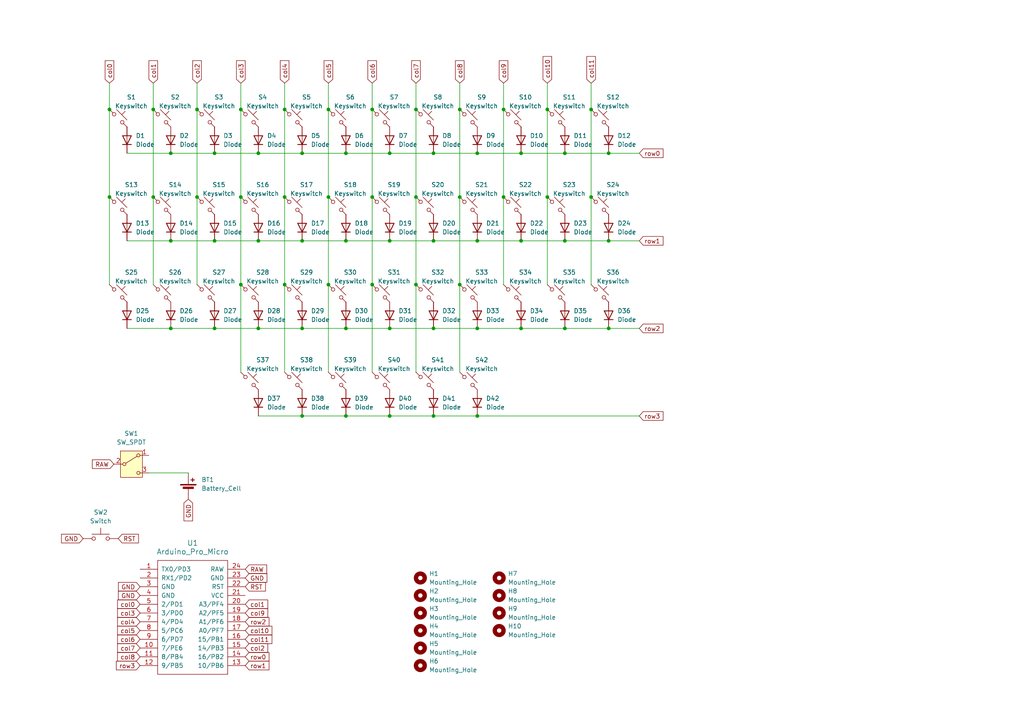
<source format=kicad_sch>
(kicad_sch (version 20231120) (generator "eeschema") (generator_version "8.0")
  (paper "A4")
  (junction (at 120.65 57.15))
  (junction (at 69.85 57.15))
  (junction (at 69.85 82.55))
  (junction (at 31.75 31.75))
  (junction (at 113.03 95.25))
  (junction (at 57.15 31.75))
  (junction (at 151.13 44.45))
  (junction (at 125.73 95.25))
  (junction (at 176.53 95.25))
  (junction (at 100.33 120.65))
  (junction (at 151.13 69.85))
  (junction (at 87.63 44.45))
  (junction (at 125.73 44.45))
  (junction (at 171.45 57.15))
  (junction (at 62.23 95.25))
  (junction (at 95.25 31.75))
  (junction (at 163.83 44.45))
  (junction (at 95.25 82.55))
  (junction (at 100.33 69.85))
  (junction (at 31.75 57.15))
  (junction (at 49.53 69.85))
  (junction (at 57.15 57.15))
  (junction (at 171.45 31.75))
  (junction (at 120.65 31.75))
  (junction (at 74.93 44.45))
  (junction (at 62.23 44.45))
  (junction (at 151.13 95.25))
  (junction (at 107.95 57.15))
  (junction (at 113.03 120.65))
  (junction (at 125.73 69.85))
  (junction (at 113.03 44.45))
  (junction (at 107.95 31.75))
  (junction (at 100.33 44.45))
  (junction (at 133.35 82.55))
  (junction (at 87.63 69.85))
  (junction (at 138.43 44.45))
  (junction (at 82.55 82.55))
  (junction (at 125.73 120.65))
  (junction (at 113.03 69.85))
  (junction (at 120.65 82.55))
  (junction (at 158.75 31.75))
  (junction (at 176.53 44.45))
  (junction (at 82.55 31.75))
  (junction (at 163.83 69.85))
  (junction (at 163.83 95.25))
  (junction (at 44.45 31.75))
  (junction (at 176.53 69.85))
  (junction (at 133.35 31.75))
  (junction (at 69.85 31.75))
  (junction (at 49.53 44.45))
  (junction (at 95.25 57.15))
  (junction (at 82.55 57.15))
  (junction (at 107.95 82.55))
  (junction (at 146.05 57.15))
  (junction (at 100.33 95.25))
  (junction (at 49.53 95.25))
  (junction (at 138.43 95.25))
  (junction (at 62.23 69.85))
  (junction (at 158.75 57.15))
  (junction (at 87.63 120.65))
  (junction (at 133.35 57.15))
  (junction (at 138.43 120.65))
  (junction (at 146.05 31.75))
  (junction (at 74.93 95.25))
  (junction (at 44.45 57.15))
  (junction (at 87.63 95.25))
  (junction (at 138.43 69.85))
  (junction (at 74.93 69.85))
  (wire (pts (xy 87.63 120.65) (xy 100.33 120.65)))
  (wire (pts (xy 100.33 44.45) (xy 113.03 44.45)))
  (wire (pts (xy 69.85 57.15) (xy 69.85 82.55)))
  (wire (pts (xy 113.03 120.65) (xy 125.73 120.65)))
  (wire (pts (xy 113.03 69.85) (xy 125.73 69.85)))
  (wire (pts (xy 125.73 44.45) (xy 138.43 44.45)))
  (wire (pts (xy 44.45 24.13) (xy 44.45 31.75)))
  (wire (pts (xy 36.83 69.85) (xy 49.53 69.85)))
  (wire (pts (xy 138.43 120.65) (xy 185.42 120.65)))
  (wire (pts (xy 151.13 69.85) (xy 163.83 69.85)))
  (wire (pts (xy 120.65 57.15) (xy 120.65 82.55)))
  (wire (pts (xy 171.45 31.75) (xy 171.45 57.15)))
  (wire (pts (xy 176.53 95.25) (xy 185.42 95.25)))
  (wire (pts (xy 107.95 57.15) (xy 107.95 82.55)))
  (wire (pts (xy 49.53 95.25) (xy 62.23 95.25)))
  (wire (pts (xy 176.53 44.45) (xy 185.42 44.45)))
  (wire (pts (xy 163.83 44.45) (xy 176.53 44.45)))
  (wire (pts (xy 158.75 31.75) (xy 158.75 57.15)))
  (wire (pts (xy 133.35 57.15) (xy 133.35 82.55)))
  (wire (pts (xy 176.53 69.85) (xy 185.42 69.85)))
  (wire (pts (xy 31.75 57.15) (xy 31.75 82.55)))
  (wire (pts (xy 125.73 69.85) (xy 138.43 69.85)))
  (wire (pts (xy 36.83 95.25) (xy 49.53 95.25)))
  (wire (pts (xy 171.45 24.13) (xy 171.45 31.75)))
  (wire (pts (xy 158.75 57.15) (xy 158.75 82.55)))
  (wire (pts (xy 62.23 69.85) (xy 74.93 69.85)))
  (wire (pts (xy 36.83 44.45) (xy 49.53 44.45)))
  (wire (pts (xy 87.63 95.25) (xy 100.33 95.25)))
  (wire (pts (xy 95.25 82.55) (xy 95.25 107.95)))
  (wire (pts (xy 107.95 24.13) (xy 107.95 31.75)))
  (wire (pts (xy 62.23 95.25) (xy 74.93 95.25)))
  (wire (pts (xy 120.65 82.55) (xy 120.65 107.95)))
  (wire (pts (xy 95.25 24.13) (xy 95.25 31.75)))
  (wire (pts (xy 62.23 44.45) (xy 74.93 44.45)))
  (wire (pts (xy 158.75 24.13) (xy 158.75 31.75)))
  (wire (pts (xy 163.83 95.25) (xy 176.53 95.25)))
  (wire (pts (xy 95.25 57.15) (xy 95.25 82.55)))
  (wire (pts (xy 133.35 31.75) (xy 133.35 57.15)))
  (wire (pts (xy 82.55 57.15) (xy 82.55 82.55)))
  (wire (pts (xy 82.55 82.55) (xy 82.55 107.95)))
  (wire (pts (xy 125.73 120.65) (xy 138.43 120.65)))
  (wire (pts (xy 133.35 24.13) (xy 133.35 31.75)))
  (wire (pts (xy 146.05 31.75) (xy 146.05 57.15)))
  (wire (pts (xy 87.63 44.45) (xy 100.33 44.45)))
  (wire (pts (xy 74.93 44.45) (xy 87.63 44.45)))
  (wire (pts (xy 107.95 82.55) (xy 107.95 107.95)))
  (wire (pts (xy 49.53 44.45) (xy 62.23 44.45)))
  (wire (pts (xy 44.45 57.15) (xy 44.45 82.55)))
  (wire (pts (xy 100.33 95.25) (xy 113.03 95.25)))
  (wire (pts (xy 49.53 69.85) (xy 62.23 69.85)))
  (wire (pts (xy 31.75 24.13) (xy 31.75 31.75)))
  (wire (pts (xy 43.18 137.16) (xy 54.61 137.16)))
  (wire (pts (xy 113.03 44.45) (xy 125.73 44.45)))
  (wire (pts (xy 69.85 82.55) (xy 69.85 107.95)))
  (wire (pts (xy 57.15 31.75) (xy 57.15 57.15)))
  (wire (pts (xy 82.55 31.75) (xy 82.55 57.15)))
  (wire (pts (xy 107.95 31.75) (xy 107.95 57.15)))
  (wire (pts (xy 82.55 24.13) (xy 82.55 31.75)))
  (wire (pts (xy 138.43 95.25) (xy 151.13 95.25)))
  (wire (pts (xy 74.93 95.25) (xy 87.63 95.25)))
  (wire (pts (xy 74.93 120.65) (xy 87.63 120.65)))
  (wire (pts (xy 74.93 69.85) (xy 87.63 69.85)))
  (wire (pts (xy 146.05 24.13) (xy 146.05 31.75)))
  (wire (pts (xy 87.63 69.85) (xy 100.33 69.85)))
  (wire (pts (xy 57.15 57.15) (xy 57.15 82.55)))
  (wire (pts (xy 113.03 95.25) (xy 125.73 95.25)))
  (wire (pts (xy 31.75 31.75) (xy 31.75 57.15)))
  (wire (pts (xy 171.45 57.15) (xy 171.45 82.55)))
  (wire (pts (xy 100.33 120.65) (xy 113.03 120.65)))
  (wire (pts (xy 57.15 24.13) (xy 57.15 31.75)))
  (wire (pts (xy 163.83 69.85) (xy 176.53 69.85)))
  (wire (pts (xy 69.85 24.13) (xy 69.85 31.75)))
  (wire (pts (xy 138.43 69.85) (xy 151.13 69.85)))
  (wire (pts (xy 44.45 31.75) (xy 44.45 57.15)))
  (wire (pts (xy 100.33 69.85) (xy 113.03 69.85)))
  (wire (pts (xy 151.13 95.25) (xy 163.83 95.25)))
  (wire (pts (xy 146.05 57.15) (xy 146.05 82.55)))
  (wire (pts (xy 125.73 95.25) (xy 138.43 95.25)))
  (wire (pts (xy 133.35 82.55) (xy 133.35 107.95)))
  (wire (pts (xy 120.65 24.13) (xy 120.65 31.75)))
  (wire (pts (xy 151.13 44.45) (xy 163.83 44.45)))
  (wire (pts (xy 95.25 31.75) (xy 95.25 57.15)))
  (wire (pts (xy 69.85 31.75) (xy 69.85 57.15)))
  (wire (pts (xy 120.65 31.75) (xy 120.65 57.15)))
  (wire (pts (xy 138.43 44.45) (xy 151.13 44.45)))
  (global_label "col0" (shape input) (at 40.64 175.26 180) (property "Intersheetrefs" "${INTERSHEET_REFS}" (effects (hide yes))))
  (global_label "row1" (shape input) (at 185.42 69.85 0) (property "Intersheetrefs" "${INTERSHEET_REFS}" (effects (hide yes))))
  (global_label "GND" (shape input) (at 40.64 172.72 180) (property "Intersheetrefs" "${INTERSHEET_REFS}" (effects (hide yes))))
  (global_label "row0" (shape input) (at 71.12 190.5 0) (property "Intersheetrefs" "${INTERSHEET_REFS}" (effects (hide yes))))
  (global_label "RAW" (shape input) (at 71.12 165.1 0) (property "Intersheetrefs" "${INTERSHEET_REFS}" (effects (hide yes))))
  (global_label "row0" (shape input) (at 185.42 44.45 0) (property "Intersheetrefs" "${INTERSHEET_REFS}" (effects (hide yes))))
  (global_label "col0" (shape input) (at 31.75 24.13 90) (property "Intersheetrefs" "${INTERSHEET_REFS}" (effects (hide yes))))
  (global_label "col11" (shape input) (at 171.45 24.13 90) (property "Intersheetrefs" "${INTERSHEET_REFS}" (effects (hide yes))))
  (global_label "row2" (shape input) (at 185.42 95.25 0) (property "Intersheetrefs" "${INTERSHEET_REFS}" (effects (hide yes))))
  (global_label "col7" (shape input) (at 120.65 24.13 90) (property "Intersheetrefs" "${INTERSHEET_REFS}" (effects (hide yes))))
  (global_label "col4" (shape input) (at 82.55 24.13 90) (property "Intersheetrefs" "${INTERSHEET_REFS}" (effects (hide yes))))
  (global_label "col5" (shape input) (at 95.25 24.13 90) (property "Intersheetrefs" "${INTERSHEET_REFS}" (effects (hide yes))))
  (global_label "row3" (shape input) (at 185.42 120.65 0) (property "Intersheetrefs" "${INTERSHEET_REFS}" (effects (hide yes))))
  (global_label "col9" (shape input) (at 71.12 177.8 0) (property "Intersheetrefs" "${INTERSHEET_REFS}" (effects (hide yes))))
  (global_label "col6" (shape input) (at 107.95 24.13 90) (property "Intersheetrefs" "${INTERSHEET_REFS}" (effects (hide yes))))
  (global_label "GND" (shape input) (at 40.64 170.18 180) (property "Intersheetrefs" "${INTERSHEET_REFS}" (effects (hide yes))))
  (global_label "GND" (shape input) (at 24.13 156.21 180) (property "Intersheetrefs" "${INTERSHEET_REFS}" (effects (hide yes))))
  (global_label "col8" (shape input) (at 40.64 190.5 180) (property "Intersheetrefs" "${INTERSHEET_REFS}" (effects (hide yes))))
  (global_label "row1" (shape input) (at 71.12 193.04 0) (property "Intersheetrefs" "${INTERSHEET_REFS}" (effects (hide yes))))
  (global_label "row2" (shape input) (at 71.12 180.34 0) (property "Intersheetrefs" "${INTERSHEET_REFS}" (effects (hide yes))))
  (global_label "col9" (shape input) (at 146.05 24.13 90) (property "Intersheetrefs" "${INTERSHEET_REFS}" (effects (hide yes))))
  (global_label "col2" (shape input) (at 71.12 187.96 0) (property "Intersheetrefs" "${INTERSHEET_REFS}" (effects (hide yes))))
  (global_label "col10" (shape input) (at 71.12 182.88 0) (property "Intersheetrefs" "${INTERSHEET_REFS}" (effects (hide yes))))
  (global_label "col3" (shape input) (at 69.85 24.13 90) (property "Intersheetrefs" "${INTERSHEET_REFS}" (effects (hide yes))))
  (global_label "RAW" (shape input) (at 33.02 134.62 180) (property "Intersheetrefs" "${INTERSHEET_REFS}" (effects (hide yes))))
  (global_label "RST" (shape input) (at 71.12 170.18 0) (property "Intersheetrefs" "${INTERSHEET_REFS}" (effects (hide yes))))
  (global_label "RST" (shape input) (at 34.29 156.21 0) (property "Intersheetrefs" "${INTERSHEET_REFS}" (effects (hide yes))))
  (global_label "row3" (shape input) (at 40.64 193.04 180) (property "Intersheetrefs" "${INTERSHEET_REFS}" (effects (hide yes))))
  (global_label "col10" (shape input) (at 158.75 24.13 90) (property "Intersheetrefs" "${INTERSHEET_REFS}" (effects (hide yes))))
  (global_label "col4" (shape input) (at 40.64 180.34 180) (property "Intersheetrefs" "${INTERSHEET_REFS}" (effects (hide yes))))
  (global_label "col11" (shape input) (at 71.12 185.42 0) (property "Intersheetrefs" "${INTERSHEET_REFS}" (effects (hide yes))))
  (global_label "col2" (shape input) (at 57.15 24.13 90) (property "Intersheetrefs" "${INTERSHEET_REFS}" (effects (hide yes))))
  (global_label "col3" (shape input) (at 40.64 177.8 180) (property "Intersheetrefs" "${INTERSHEET_REFS}" (effects (hide yes))))
  (global_label "col6" (shape input) (at 40.64 185.42 180) (property "Intersheetrefs" "${INTERSHEET_REFS}" (effects (hide yes))))
  (global_label "col1" (shape input) (at 71.12 175.26 0) (property "Intersheetrefs" "${INTERSHEET_REFS}" (effects (hide yes))))
  (global_label "col1" (shape input) (at 44.45 24.13 90) (property "Intersheetrefs" "${INTERSHEET_REFS}" (effects (hide yes))))
  (global_label "GND" (shape input) (at 71.12 167.64 0) (property "Intersheetrefs" "${INTERSHEET_REFS}" (effects (hide yes))))
  (global_label "col5" (shape input) (at 40.64 182.88 180) (property "Intersheetrefs" "${INTERSHEET_REFS}" (effects (hide yes))))
  (global_label "GND" (shape input) (at 54.61 144.78 270) (property "Intersheetrefs" "${INTERSHEET_REFS}" (effects (hide yes))))
  (global_label "col8" (shape input) (at 133.35 24.13 90) (property "Intersheetrefs" "${INTERSHEET_REFS}" (effects (hide yes))))
  (global_label "col7" (shape input) (at 40.64 187.96 180) (property "Intersheetrefs" "${INTERSHEET_REFS}" (effects (hide yes))))
  (symbol (lib_id "ScottoKeebs:Placeholder_Diode") (at 125.73 116.84 90) (unit 1)
    (property "Reference" "D41" (at 128.27 115.5699 90) (effects (justify right)))
    (property "Value" "Diode" (at 128.27 118.1099 90) (effects (justify right)))
    (property "Footprint" "ScottoKeebs_Components:Diode_SOD-123" (effects (hide yes)))
    (property "Description" "1N4148 (DO-35) or 1N4148W (SOD-123)" (effects (hide yes)))
    (property "Sim.Device" "D" (effects (hide yes)))
    (property "Sim.Pins" "1=K 2=A" (effects (hide yes)))
  )
  (symbol (lib_id "ScottoKeebs:Placeholder_Diode") (at 151.13 40.64 90) (unit 1)
    (property "Reference" "D10" (at 153.67 39.3699 90) (effects (justify right)))
    (property "Value" "Diode" (at 153.67 41.9099 90) (effects (justify right)))
    (property "Footprint" "ScottoKeebs_Components:Diode_SOD-123" (effects (hide yes)))
    (property "Description" "1N4148 (DO-35) or 1N4148W (SOD-123)" (effects (hide yes)))
    (property "Sim.Device" "D" (effects (hide yes)))
    (property "Sim.Pins" "1=K 2=A" (effects (hide yes)))
  )
  (symbol (lib_id "ScottoKeebs:Placeholder_Keyswitch") (at 173.99 59.69 270) (mirror x) (unit 1)
    (property "Reference" "S24" (at 177.8 53.594 90))
    (property "Value" "Keyswitch" (at 177.8 56.134 90))
    (property "Footprint" "ScottoKeebs_Hotswap:Hotswap_Choc_V1_1.00u no silkscreen" (effects (hide yes)))
    (property "Description" "Push button switch, normally open, two pins, 45° tilted" (effects (hide yes)))
  )
  (symbol (lib_id "ScottoKeebs:Placeholder_Diode") (at 49.53 91.44 90) (unit 1)
    (property "Reference" "D26" (at 52.07 90.1699 90) (effects (justify right)))
    (property "Value" "Diode" (at 52.07 92.7099 90) (effects (justify right)))
    (property "Footprint" "ScottoKeebs_Components:Diode_SOD-123" (effects (hide yes)))
    (property "Description" "1N4148 (DO-35) or 1N4148W (SOD-123)" (effects (hide yes)))
    (property "Sim.Device" "D" (effects (hide yes)))
    (property "Sim.Pins" "1=K 2=A" (effects (hide yes)))
  )
  (symbol (lib_id "ScottoKeebs:Placeholder_Keyswitch") (at 148.59 59.69 270) (mirror x) (unit 1)
    (property "Reference" "S22" (at 152.4 53.594 90))
    (property "Value" "Keyswitch" (at 152.4 56.134 90))
    (property "Footprint" "ScottoKeebs_Hotswap:Hotswap_Choc_V1_1.00u no silkscreen" (effects (hide yes)))
    (property "Description" "Push button switch, normally open, two pins, 45° tilted" (effects (hide yes)))
  )
  (symbol (lib_id "ScottoKeebs:Placeholder_Diode") (at 49.53 40.64 90) (unit 1)
    (property "Reference" "D2" (at 52.07 39.3699 90) (effects (justify right)))
    (property "Value" "Diode" (at 52.07 41.9099 90) (effects (justify right)))
    (property "Footprint" "ScottoKeebs_Components:Diode_SOD-123" (effects (hide yes)))
    (property "Description" "1N4148 (DO-35) or 1N4148W (SOD-123)" (effects (hide yes)))
    (property "Sim.Device" "D" (effects (hide yes)))
    (property "Sim.Pins" "1=K 2=A" (effects (hide yes)))
  )
  (symbol (lib_id "ScottoKeebs:Placeholder_Mounting_Hole") (at 121.92 177.8 0) (unit 1)
    (property "Reference" "H3" (at 124.46 176.5299 0) (effects (justify left)))
    (property "Value" "Mounting_Hole" (at 124.46 179.0699 0) (effects (justify left)))
    (property "Footprint" "MountingHole:MountingHole_2.2mm_M2_DIN965_Pad_TopBottom" (effects (hide yes)))
    (property "Description" "Mounting Hole without connection" (effects (hide yes)))
  )
  (symbol (lib_id "ScottoKeebs:Placeholder_Diode") (at 87.63 66.04 90) (unit 1)
    (property "Reference" "D17" (at 90.17 64.7699 90) (effects (justify right)))
    (property "Value" "Diode" (at 90.17 67.3099 90) (effects (justify right)))
    (property "Footprint" "ScottoKeebs_Components:Diode_SOD-123" (effects (hide yes)))
    (property "Description" "1N4148 (DO-35) or 1N4148W (SOD-123)" (effects (hide yes)))
    (property "Sim.Device" "D" (effects (hide yes)))
    (property "Sim.Pins" "1=K 2=A" (effects (hide yes)))
  )
  (symbol (lib_id "ScottoKeebs:Placeholder_Diode") (at 125.73 40.64 90) (unit 1)
    (property "Reference" "D8" (at 128.27 39.3699 90) (effects (justify right)))
    (property "Value" "Diode" (at 128.27 41.9099 90) (effects (justify right)))
    (property "Footprint" "ScottoKeebs_Components:Diode_SOD-123" (effects (hide yes)))
    (property "Description" "1N4148 (DO-35) or 1N4148W (SOD-123)" (effects (hide yes)))
    (property "Sim.Device" "D" (effects (hide yes)))
    (property "Sim.Pins" "1=K 2=A" (effects (hide yes)))
  )
  (symbol (lib_id "ScottoKeebs:Placeholder_Keyswitch") (at 123.19 110.49 270) (mirror x) (unit 1)
    (property "Reference" "S41" (at 127 104.394 90))
    (property "Value" "Keyswitch" (at 127 106.934 90))
    (property "Footprint" "ScottoKeebs_Hotswap:Hotswap_Choc_V1_1.00u no silkscreen" (effects (hide yes)))
    (property "Description" "Push button switch, normally open, two pins, 45° tilted" (effects (hide yes)))
  )
  (symbol (lib_id "ScottoKeebs:Placeholder_Mounting_Hole") (at 121.92 167.64 0) (unit 1)
    (property "Reference" "H1" (at 124.46 166.3699 0) (effects (justify left)))
    (property "Value" "Mounting_Hole" (at 124.46 168.9099 0) (effects (justify left)))
    (property "Footprint" "MountingHole:MountingHole_2.2mm_M2_DIN965_Pad_TopBottom" (effects (hide yes)))
    (property "Description" "Mounting Hole without connection" (effects (hide yes)))
  )
  (symbol (lib_id "ScottoKeebs:Placeholder_Diode") (at 100.33 40.64 90) (unit 1)
    (property "Reference" "D6" (at 102.87 39.3699 90) (effects (justify right)))
    (property "Value" "Diode" (at 102.87 41.9099 90) (effects (justify right)))
    (property "Footprint" "ScottoKeebs_Components:Diode_SOD-123" (effects (hide yes)))
    (property "Description" "1N4148 (DO-35) or 1N4148W (SOD-123)" (effects (hide yes)))
    (property "Sim.Device" "D" (effects (hide yes)))
    (property "Sim.Pins" "1=K 2=A" (effects (hide yes)))
  )
  (symbol (lib_id "ScottoKeebs:Placeholder_Diode") (at 138.43 116.84 90) (unit 1)
    (property "Reference" "D42" (at 140.97 115.5699 90) (effects (justify right)))
    (property "Value" "Diode" (at 140.97 118.1099 90) (effects (justify right)))
    (property "Footprint" "ScottoKeebs_Components:Diode_SOD-123" (effects (hide yes)))
    (property "Description" "1N4148 (DO-35) or 1N4148W (SOD-123)" (effects (hide yes)))
    (property "Sim.Device" "D" (effects (hide yes)))
    (property "Sim.Pins" "1=K 2=A" (effects (hide yes)))
  )
  (symbol (lib_id "ScottoKeebs:Placeholder_Keyswitch") (at 97.79 110.49 270) (mirror x) (unit 1)
    (property "Reference" "S39" (at 101.6 104.394 90))
    (property "Value" "Keyswitch" (at 101.6 106.934 90))
    (property "Footprint" "ScottoKeebs_Hotswap:Hotswap_Choc_V1_1.00u no silkscreen" (effects (hide yes)))
    (property "Description" "Push button switch, normally open, two pins, 45° tilted" (effects (hide yes)))
  )
  (symbol (lib_id "ScottoKeebs:Placeholder_Diode") (at 74.93 40.64 90) (unit 1)
    (property "Reference" "D4" (at 77.47 39.3699 90) (effects (justify right)))
    (property "Value" "Diode" (at 77.47 41.9099 90) (effects (justify right)))
    (property "Footprint" "ScottoKeebs_Components:Diode_SOD-123" (effects (hide yes)))
    (property "Description" "1N4148 (DO-35) or 1N4148W (SOD-123)" (effects (hide yes)))
    (property "Sim.Device" "D" (effects (hide yes)))
    (property "Sim.Pins" "1=K 2=A" (effects (hide yes)))
  )
  (symbol (lib_id "ScottoKeebs:Placeholder_Keyswitch") (at 110.49 34.29 270) (mirror x) (unit 1)
    (property "Reference" "S7" (at 114.3 28.194 90))
    (property "Value" "Keyswitch" (at 114.3 30.734 90))
    (property "Footprint" "ScottoKeebs_Hotswap:Hotswap_Choc_V1_1.00u no silkscreen" (effects (hide yes)))
    (property "Description" "Push button switch, normally open, two pins, 45° tilted" (effects (hide yes)))
  )
  (symbol (lib_id "ScottoKeebs:Placeholder_Keyswitch") (at 173.99 34.29 270) (mirror x) (unit 1)
    (property "Reference" "S12" (at 177.8 28.194 90))
    (property "Value" "Keyswitch" (at 177.8 30.734 90))
    (property "Footprint" "ScottoKeebs_Hotswap:Hotswap_Choc_V1_1.00u no silkscreen" (effects (hide yes)))
    (property "Description" "Push button switch, normally open, two pins, 45° tilted" (effects (hide yes)))
  )
  (symbol (lib_id "ScottoKeebs:Placeholder_Mounting_Hole") (at 121.92 193.04 0) (unit 1)
    (property "Reference" "H6" (at 124.46 191.7699 0) (effects (justify left)))
    (property "Value" "Mounting_Hole" (at 124.46 194.3099 0) (effects (justify left)))
    (property "Footprint" "MountingHole:MountingHole_2.2mm_M2_DIN965_Pad_TopBottom" (effects (hide yes)))
    (property "Description" "Mounting Hole without connection" (effects (hide yes)))
  )
  (symbol (lib_id "ScottoKeebs:Placeholder_Keyswitch") (at 135.89 110.49 270) (mirror x) (unit 1)
    (property "Reference" "S42" (at 139.7 104.394 90))
    (property "Value" "Keyswitch" (at 139.7 106.934 90))
    (property "Footprint" "ScottoKeebs_Hotswap:Hotswap_Choc_V1_1.00u no silkscreen" (effects (hide yes)))
    (property "Description" "Push button switch, normally open, two pins, 45° tilted" (effects (hide yes)))
  )
  (symbol (lib_id "ScottoKeebs:Placeholder_Mounting_Hole") (at 144.78 167.64 0) (unit 1)
    (property "Reference" "H7" (at 147.32 166.3699 0) (effects (justify left)))
    (property "Value" "Mounting_Hole" (at 147.32 168.9099 0) (effects (justify left)))
    (property "Footprint" "MountingHole:MountingHole_3.2mm_M3" (effects (hide yes)))
    (property "Description" "Mounting Hole without connection" (effects (hide yes)))
  )
  (symbol (lib_id "ScottoKeebs:Placeholder_Keyswitch") (at 161.29 85.09 270) (mirror x) (unit 1)
    (property "Reference" "S35" (at 165.1 78.994 90))
    (property "Value" "Keyswitch" (at 165.1 81.534 90))
    (property "Footprint" "ScottoKeebs_Hotswap:Hotswap_Choc_V1_1.00u no silkscreen" (effects (hide yes)))
    (property "Description" "Push button switch, normally open, two pins, 45° tilted" (effects (hide yes)))
  )
  (symbol (lib_id "ScottoKeebs:Placeholder_Diode") (at 62.23 91.44 90) (unit 1)
    (property "Reference" "D27" (at 64.77 90.1699 90) (effects (justify right)))
    (property "Value" "Diode" (at 64.77 92.7099 90) (effects (justify right)))
    (property "Footprint" "ScottoKeebs_Components:Diode_SOD-123" (effects (hide yes)))
    (property "Description" "1N4148 (DO-35) or 1N4148W (SOD-123)" (effects (hide yes)))
    (property "Sim.Device" "D" (effects (hide yes)))
    (property "Sim.Pins" "1=K 2=A" (effects (hide yes)))
  )
  (symbol (lib_id "ScottoKeebs:Placeholder_Diode") (at 163.83 40.64 90) (unit 1)
    (property "Reference" "D11" (at 166.37 39.3699 90) (effects (justify right)))
    (property "Value" "Diode" (at 166.37 41.9099 90) (effects (justify right)))
    (property "Footprint" "ScottoKeebs_Components:Diode_SOD-123" (effects (hide yes)))
    (property "Description" "1N4148 (DO-35) or 1N4148W (SOD-123)" (effects (hide yes)))
    (property "Sim.Device" "D" (effects (hide yes)))
    (property "Sim.Pins" "1=K 2=A" (effects (hide yes)))
  )
  (symbol (lib_id "ScottoKeebs:Placeholder_Keyswitch") (at 148.59 85.09 270) (mirror x) (unit 1)
    (property "Reference" "S34" (at 152.4 78.994 90))
    (property "Value" "Keyswitch" (at 152.4 81.534 90))
    (property "Footprint" "ScottoKeebs_Hotswap:Hotswap_Choc_V1_1.00u no silkscreen" (effects (hide yes)))
    (property "Description" "Push button switch, normally open, two pins, 45° tilted" (effects (hide yes)))
  )
  (symbol (lib_id "ScottoKeebs:Placeholder_Diode") (at 151.13 66.04 90) (unit 1)
    (property "Reference" "D22" (at 153.67 64.7699 90) (effects (justify right)))
    (property "Value" "Diode" (at 153.67 67.3099 90) (effects (justify right)))
    (property "Footprint" "ScottoKeebs_Components:Diode_SOD-123" (effects (hide yes)))
    (property "Description" "1N4148 (DO-35) or 1N4148W (SOD-123)" (effects (hide yes)))
    (property "Sim.Device" "D" (effects (hide yes)))
    (property "Sim.Pins" "1=K 2=A" (effects (hide yes)))
  )
  (symbol (lib_id "ScottoKeebs:Placeholder_Keyswitch") (at 46.99 85.09 270) (mirror x) (unit 1)
    (property "Reference" "S26" (at 50.8 78.994 90))
    (property "Value" "Keyswitch" (at 50.8 81.534 90))
    (property "Footprint" "ScottoKeebs_Hotswap:Hotswap_Choc_V1_1.00u no silkscreen" (effects (hide yes)))
    (property "Description" "Push button switch, normally open, two pins, 45° tilted" (effects (hide yes)))
  )
  (symbol (lib_id "ScottoKeebs:Placeholder_Keyswitch") (at 110.49 59.69 270) (mirror x) (unit 1)
    (property "Reference" "S19" (at 114.3 53.594 90))
    (property "Value" "Keyswitch" (at 114.3 56.134 90))
    (property "Footprint" "ScottoKeebs_Hotswap:Hotswap_Choc_V1_1.00u no silkscreen" (effects (hide yes)))
    (property "Description" "Push button switch, normally open, two pins, 45° tilted" (effects (hide yes)))
  )
  (symbol (lib_id "ScottoKeebs:Placeholder_Diode") (at 87.63 40.64 90) (unit 1)
    (property "Reference" "D5" (at 90.17 39.3699 90) (effects (justify right)))
    (property "Value" "Diode" (at 90.17 41.9099 90) (effects (justify right)))
    (property "Footprint" "ScottoKeebs_Components:Diode_SOD-123" (effects (hide yes)))
    (property "Description" "1N4148 (DO-35) or 1N4148W (SOD-123)" (effects (hide yes)))
    (property "Sim.Device" "D" (effects (hide yes)))
    (property "Sim.Pins" "1=K 2=A" (effects (hide yes)))
  )
  (symbol (lib_id "ScottoKeebs:Placeholder_Mounting_Hole") (at 121.92 172.72 0) (unit 1)
    (property "Reference" "H2" (at 124.46 171.4499 0) (effects (justify left)))
    (property "Value" "Mounting_Hole" (at 124.46 173.9899 0) (effects (justify left)))
    (property "Footprint" "MountingHole:MountingHole_2.2mm_M2_DIN965_Pad_TopBottom" (effects (hide yes)))
    (property "Description" "Mounting Hole without connection" (effects (hide yes)))
  )
  (symbol (lib_id "ScottoKeebs:Placeholder_Keyswitch") (at 123.19 59.69 270) (mirror x) (unit 1)
    (property "Reference" "S20" (at 127 53.594 90))
    (property "Value" "Keyswitch" (at 127 56.134 90))
    (property "Footprint" "ScottoKeebs_Hotswap:Hotswap_Choc_V1_1.00u no silkscreen" (effects (hide yes)))
    (property "Description" "Push button switch, normally open, two pins, 45° tilted" (effects (hide yes)))
  )
  (symbol (lib_id "ScottoKeebs:Placeholder_Diode") (at 138.43 40.64 90) (unit 1)
    (property "Reference" "D9" (at 140.97 39.3699 90) (effects (justify right)))
    (property "Value" "Diode" (at 140.97 41.9099 90) (effects (justify right)))
    (property "Footprint" "ScottoKeebs_Components:Diode_SOD-123" (effects (hide yes)))
    (property "Description" "1N4148 (DO-35) or 1N4148W (SOD-123)" (effects (hide yes)))
    (property "Sim.Device" "D" (effects (hide yes)))
    (property "Sim.Pins" "1=K 2=A" (effects (hide yes)))
  )
  (symbol (lib_id "ScottoKeebs:Placeholder_Keyswitch") (at 46.99 34.29 270) (mirror x) (unit 1)
    (property "Reference" "S2" (at 50.8 28.194 90))
    (property "Value" "Keyswitch" (at 50.8 30.734 90))
    (property "Footprint" "ScottoKeebs_Hotswap:Hotswap_Choc_V1_1.00u no silkscreen" (effects (hide yes)))
    (property "Description" "Push button switch, normally open, two pins, 45° tilted" (effects (hide yes)))
  )
  (symbol (lib_id "ScottoKeebs:Placeholder_Keyswitch") (at 85.09 110.49 270) (mirror x) (unit 1)
    (property "Reference" "S38" (at 88.9 104.394 90))
    (property "Value" "Keyswitch" (at 88.9 106.934 90))
    (property "Footprint" "ScottoKeebs_Hotswap:Hotswap_Choc_V1_1.00u no silkscreen" (effects (hide yes)))
    (property "Description" "Push button switch, normally open, two pins, 45° tilted" (effects (hide yes)))
  )
  (symbol (lib_id "ScottoKeebs:Placeholder_Keyswitch") (at 72.39 59.69 270) (mirror x) (unit 1)
    (property "Reference" "S16" (at 76.2 53.594 90))
    (property "Value" "Keyswitch" (at 76.2 56.134 90))
    (property "Footprint" "ScottoKeebs_Hotswap:Hotswap_Choc_V1_1.00u no silkscreen" (effects (hide yes)))
    (property "Description" "Push button switch, normally open, two pins, 45° tilted" (effects (hide yes)))
  )
  (symbol (lib_id "ScottoKeebs:Placeholder_Keyswitch") (at 72.39 85.09 270) (mirror x) (unit 1)
    (property "Reference" "S28" (at 76.2 78.994 90))
    (property "Value" "Keyswitch" (at 76.2 81.534 90))
    (property "Footprint" "ScottoKeebs_Hotswap:Hotswap_Choc_V1_1.00u no silkscreen" (effects (hide yes)))
    (property "Description" "Push button switch, normally open, two pins, 45° tilted" (effects (hide yes)))
  )
  (symbol (lib_id "ScottoKeebs:Placeholder_Diode") (at 125.73 91.44 90) (unit 1)
    (property "Reference" "D32" (at 128.27 90.1699 90) (effects (justify right)))
    (property "Value" "Diode" (at 128.27 92.7099 90) (effects (justify right)))
    (property "Footprint" "ScottoKeebs_Components:Diode_SOD-123" (effects (hide yes)))
    (property "Description" "1N4148 (DO-35) or 1N4148W (SOD-123)" (effects (hide yes)))
    (property "Sim.Device" "D" (effects (hide yes)))
    (property "Sim.Pins" "1=K 2=A" (effects (hide yes)))
  )
  (symbol (lib_id "ScottoKeebs:Placeholder_Keyswitch") (at 59.69 85.09 270) (mirror x) (unit 1)
    (property "Reference" "S27" (at 63.5 78.994 90))
    (property "Value" "Keyswitch" (at 63.5 81.534 90))
    (property "Footprint" "ScottoKeebs_Hotswap:Hotswap_Choc_V1_1.00u no silkscreen" (effects (hide yes)))
    (property "Description" "Push button switch, normally open, two pins, 45° tilted" (effects (hide yes)))
  )
  (symbol (lib_id "ScottoKeebs:Placeholder_Diode") (at 62.23 40.64 90) (unit 1)
    (property "Reference" "D3" (at 64.77 39.3699 90) (effects (justify right)))
    (property "Value" "Diode" (at 64.77 41.9099 90) (effects (justify right)))
    (property "Footprint" "ScottoKeebs_Components:Diode_SOD-123" (effects (hide yes)))
    (property "Description" "1N4148 (DO-35) or 1N4148W (SOD-123)" (effects (hide yes)))
    (property "Sim.Device" "D" (effects (hide yes)))
    (property "Sim.Pins" "1=K 2=A" (effects (hide yes)))
  )
  (symbol (lib_id "ScottoKeebs:Placeholder_Diode") (at 176.53 66.04 90) (unit 1)
    (property "Reference" "D24" (at 179.07 64.7699 90) (effects (justify right)))
    (property "Value" "Diode" (at 179.07 67.3099 90) (effects (justify right)))
    (property "Footprint" "ScottoKeebs_Components:Diode_SOD-123" (effects (hide yes)))
    (property "Description" "1N4148 (DO-35) or 1N4148W (SOD-123)" (effects (hide yes)))
    (property "Sim.Device" "D" (effects (hide yes)))
    (property "Sim.Pins" "1=K 2=A" (effects (hide yes)))
  )
  (symbol (lib_id "ScottoKeebs:Placeholder_Diode") (at 113.03 91.44 90) (unit 1)
    (property "Reference" "D31" (at 115.57 90.1699 90) (effects (justify right)))
    (property "Value" "Diode" (at 115.57 92.7099 90) (effects (justify right)))
    (property "Footprint" "ScottoKeebs_Components:Diode_SOD-123" (effects (hide yes)))
    (property "Description" "1N4148 (DO-35) or 1N4148W (SOD-123)" (effects (hide yes)))
    (property "Sim.Device" "D" (effects (hide yes)))
    (property "Sim.Pins" "1=K 2=A" (effects (hide yes)))
  )
  (symbol (lib_id "ScottoKeebs:Placeholder_Keyswitch") (at 46.99 59.69 270) (mirror x) (unit 1)
    (property "Reference" "S14" (at 50.8 53.594 90))
    (property "Value" "Keyswitch" (at 50.8 56.134 90))
    (property "Footprint" "ScottoKeebs_Hotswap:Hotswap_Choc_V1_1.00u no silkscreen" (effects (hide yes)))
    (property "Description" "Push button switch, normally open, two pins, 45° tilted" (effects (hide yes)))
  )
  (symbol (lib_id "ScottoKeebs:Placeholder_Diode") (at 36.83 91.44 90) (unit 1)
    (property "Reference" "D25" (at 39.37 90.1699 90) (effects (justify right)))
    (property "Value" "Diode" (at 39.37 92.7099 90) (effects (justify right)))
    (property "Footprint" "ScottoKeebs_Components:Diode_SOD-123" (effects (hide yes)))
    (property "Description" "1N4148 (DO-35) or 1N4148W (SOD-123)" (effects (hide yes)))
    (property "Sim.Device" "D" (effects (hide yes)))
    (property "Sim.Pins" "1=K 2=A" (effects (hide yes)))
  )
  (symbol (lib_id "ScottoKeebs:Placeholder_Keyswitch") (at 97.79 85.09 270) (mirror x) (unit 1)
    (property "Reference" "S30" (at 101.6 78.994 90))
    (property "Value" "Keyswitch" (at 101.6 81.534 90))
    (property "Footprint" "ScottoKeebs_Hotswap:Hotswap_Choc_V1_1.00u no silkscreen" (effects (hide yes)))
    (property "Description" "Push button switch, normally open, two pins, 45° tilted" (effects (hide yes)))
  )
  (symbol (lib_id "ScottoKeebs:Placeholder_Keyswitch") (at 123.19 34.29 270) (mirror x) (unit 1)
    (property "Reference" "S8" (at 127 28.194 90))
    (property "Value" "Keyswitch" (at 127 30.734 90))
    (property "Footprint" "ScottoKeebs_Hotswap:Hotswap_Choc_V1_1.00u no silkscreen" (effects (hide yes)))
    (property "Description" "Push button switch, normally open, two pins, 45° tilted" (effects (hide yes)))
  )
  (symbol (lib_id "ScottoKeebs:Placeholder_Diode") (at 113.03 40.64 90) (unit 1)
    (property "Reference" "D7" (at 115.57 39.3699 90) (effects (justify right)))
    (property "Value" "Diode" (at 115.57 41.9099 90) (effects (justify right)))
    (property "Footprint" "ScottoKeebs_Components:Diode_SOD-123" (effects (hide yes)))
    (property "Description" "1N4148 (DO-35) or 1N4148W (SOD-123)" (effects (hide yes)))
    (property "Sim.Device" "D" (effects (hide yes)))
    (property "Sim.Pins" "1=K 2=A" (effects (hide yes)))
  )
  (symbol (lib_id "ScottoKeebs:Placeholder_Keyswitch") (at 72.39 110.49 270) (mirror x) (unit 1)
    (property "Reference" "S37" (at 76.2 104.394 90))
    (property "Value" "Keyswitch" (at 76.2 106.934 90))
    (property "Footprint" "ScottoKeebs_Hotswap:Hotswap_Choc_V1_1.00u no silkscreen" (effects (hide yes)))
    (property "Description" "Push button switch, normally open, two pins, 45° tilted" (effects (hide yes)))
  )
  (symbol (lib_id "ScottoKeebs:Placeholder_Diode") (at 151.13 91.44 90) (unit 1)
    (property "Reference" "D34" (at 153.67 90.1699 90) (effects (justify right)))
    (property "Value" "Diode" (at 153.67 92.7099 90) (effects (justify right)))
    (property "Footprint" "ScottoKeebs_Components:Diode_SOD-123" (effects (hide yes)))
    (property "Description" "1N4148 (DO-35) or 1N4148W (SOD-123)" (effects (hide yes)))
    (property "Sim.Device" "D" (effects (hide yes)))
    (property "Sim.Pins" "1=K 2=A" (effects (hide yes)))
  )
  (symbol (lib_id "ScottoKeebs:Placeholder_Diode") (at 36.83 66.04 90) (unit 1)
    (property "Reference" "D13" (at 39.37 64.7699 90) (effects (justify right)))
    (property "Value" "Diode" (at 39.37 67.3099 90) (effects (justify right)))
    (property "Footprint" "ScottoKeebs_Components:Diode_SOD-123" (effects (hide yes)))
    (property "Description" "1N4148 (DO-35) or 1N4148W (SOD-123)" (effects (hide yes)))
    (property "Sim.Device" "D" (effects (hide yes)))
    (property "Sim.Pins" "1=K 2=A" (effects (hide yes)))
  )
  (symbol (lib_id "ScottoKeebs:Placeholder_Switch") (at 29.21 156.21 0) (unit 1)
    (property "Reference" "SW2" (at 29.21 148.59 0))
    (property "Value" "Switch" (at 29.21 151.13 0))
    (property "Footprint" "Button_Switch_SMD:Panasonic_EVQPUJ_EVQPUA" (effects (hide yes)))
    (property "Description" "Push button switch, generic, two pins" (effects (hide yes)))
  )
  (symbol (lib_id "ScottoKeebs:Placeholder_Mounting_Hole") (at 121.92 182.88 0) (unit 1)
    (property "Reference" "H4" (at 124.46 181.6099 0) (effects (justify left)))
    (property "Value" "Mounting_Hole" (at 124.46 184.1499 0) (effects (justify left)))
    (property "Footprint" "MountingHole:MountingHole_2.2mm_M2_DIN965_Pad_TopBottom" (effects (hide yes)))
    (property "Description" "Mounting Hole without connection" (effects (hide yes)))
  )
  (symbol (lib_id "ScottoKeebs:Placeholder_Diode") (at 74.93 66.04 90) (unit 1)
    (property "Reference" "D16" (at 77.47 64.7699 90) (effects (justify right)))
    (property "Value" "Diode" (at 77.47 67.3099 90) (effects (justify right)))
    (property "Footprint" "ScottoKeebs_Components:Diode_SOD-123" (effects (hide yes)))
    (property "Description" "1N4148 (DO-35) or 1N4148W (SOD-123)" (effects (hide yes)))
    (property "Sim.Device" "D" (effects (hide yes)))
    (property "Sim.Pins" "1=K 2=A" (effects (hide yes)))
  )
  (symbol (lib_id "ScottoKeebs:Placeholder_Keyswitch") (at 59.69 34.29 270) (mirror x) (unit 1)
    (property "Reference" "S3" (at 63.5 28.194 90))
    (property "Value" "Keyswitch" (at 63.5 30.734 90))
    (property "Footprint" "ScottoKeebs_Hotswap:Hotswap_Choc_V1_1.00u no silkscreen" (effects (hide yes)))
    (property "Description" "Push button switch, normally open, two pins, 45° tilted" (effects (hide yes)))
  )
  (symbol (lib_id "ScottoKeebs:Placeholder_Keyswitch") (at 97.79 59.69 270) (mirror x) (unit 1)
    (property "Reference" "S18" (at 101.6 53.594 90))
    (property "Value" "Keyswitch" (at 101.6 56.134 90))
    (property "Footprint" "ScottoKeebs_Hotswap:Hotswap_Choc_V1_1.00u no silkscreen" (effects (hide yes)))
    (property "Description" "Push button switch, normally open, two pins, 45° tilted" (effects (hide yes)))
  )
  (symbol (lib_id "ScottoKeebs:Placeholder_Keyswitch") (at 97.79 34.29 270) (mirror x) (unit 1)
    (property "Reference" "S6" (at 101.6 28.194 90))
    (property "Value" "Keyswitch" (at 101.6 30.734 90))
    (property "Footprint" "ScottoKeebs_Hotswap:Hotswap_Choc_V1_1.00u no silkscreen" (effects (hide yes)))
    (property "Description" "Push button switch, normally open, two pins, 45° tilted" (effects (hide yes)))
  )
  (symbol (lib_id "ScottoKeebs:Placeholder_Keyswitch") (at 123.19 85.09 270) (mirror x) (unit 1)
    (property "Reference" "S32" (at 127 78.994 90))
    (property "Value" "Keyswitch" (at 127 81.534 90))
    (property "Footprint" "ScottoKeebs_Hotswap:Hotswap_Choc_V1_1.00u no silkscreen" (effects (hide yes)))
    (property "Description" "Push button switch, normally open, two pins, 45° tilted" (effects (hide yes)))
  )
  (symbol (lib_id "ScottoKeebs:Placeholder_Diode") (at 163.83 66.04 90) (unit 1)
    (property "Reference" "D23" (at 166.37 64.7699 90) (effects (justify right)))
    (property "Value" "Diode" (at 166.37 67.3099 90) (effects (justify right)))
    (property "Footprint" "ScottoKeebs_Components:Diode_SOD-123" (effects (hide yes)))
    (property "Description" "1N4148 (DO-35) or 1N4148W (SOD-123)" (effects (hide yes)))
    (property "Sim.Device" "D" (effects (hide yes)))
    (property "Sim.Pins" "1=K 2=A" (effects (hide yes)))
  )
  (symbol (lib_id "ScottoKeebs:Placeholder_Diode") (at 87.63 116.84 90) (unit 1)
    (property "Reference" "D38" (at 90.17 115.5699 90) (effects (justify right)))
    (property "Value" "Diode" (at 90.17 118.1099 90) (effects (justify right)))
    (property "Footprint" "ScottoKeebs_Components:Diode_SOD-123" (effects (hide yes)))
    (property "Description" "1N4148 (DO-35) or 1N4148W (SOD-123)" (effects (hide yes)))
    (property "Sim.Device" "D" (effects (hide yes)))
    (property "Sim.Pins" "1=K 2=A" (effects (hide yes)))
  )
  (symbol (lib_id "ScottoKeebs:Placeholder_Diode") (at 176.53 91.44 90) (unit 1)
    (property "Reference" "D36" (at 179.07 90.1699 90) (effects (justify right)))
    (property "Value" "Diode" (at 179.07 92.7099 90) (effects (justify right)))
    (property "Footprint" "ScottoKeebs_Components:Diode_SOD-123" (effects (hide yes)))
    (property "Description" "1N4148 (DO-35) or 1N4148W (SOD-123)" (effects (hide yes)))
    (property "Sim.Device" "D" (effects (hide yes)))
    (property "Sim.Pins" "1=K 2=A" (effects (hide yes)))
  )
  (symbol (lib_id "ScottoKeebs:Placeholder_Mounting_Hole") (at 144.78 177.8 0) (unit 1)
    (property "Reference" "H9" (at 147.32 176.5299 0) (effects (justify left)))
    (property "Value" "Mounting_Hole" (at 147.32 179.0699 0) (effects (justify left)))
    (property "Footprint" "MountingHole:MountingHole_3.2mm_M3" (effects (hide yes)))
    (property "Description" "Mounting Hole without connection" (effects (hide yes)))
  )
  (symbol (lib_id "ScottoKeebs:Placeholder_Keyswitch") (at 85.09 34.29 270) (mirror x) (unit 1)
    (property "Reference" "S5" (at 88.9 28.194 90))
    (property "Value" "Keyswitch" (at 88.9 30.734 90))
    (property "Footprint" "ScottoKeebs_Hotswap:Hotswap_Choc_V1_1.00u no silkscreen" (effects (hide yes)))
    (property "Description" "Push button switch, normally open, two pins, 45° tilted" (effects (hide yes)))
  )
  (symbol (lib_id "ScottoKeebs:Placeholder_Diode") (at 74.93 91.44 90) (unit 1)
    (property "Reference" "D28" (at 77.47 90.1699 90) (effects (justify right)))
    (property "Value" "Diode" (at 77.47 92.7099 90) (effects (justify right)))
    (property "Footprint" "ScottoKeebs_Components:Diode_SOD-123" (effects (hide yes)))
    (property "Description" "1N4148 (DO-35) or 1N4148W (SOD-123)" (effects (hide yes)))
    (property "Sim.Device" "D" (effects (hide yes)))
    (property "Sim.Pins" "1=K 2=A" (effects (hide yes)))
  )
  (symbol (lib_id "ScottoKeebs:Placeholder_Keyswitch") (at 59.69 59.69 270) (mirror x) (unit 1)
    (property "Reference" "S15" (at 63.5 53.594 90))
    (property "Value" "Keyswitch" (at 63.5 56.134 90))
    (property "Footprint" "ScottoKeebs_Hotswap:Hotswap_Choc_V1_1.00u no silkscreen" (effects (hide yes)))
    (property "Description" "Push button switch, normally open, two pins, 45° tilted" (effects (hide yes)))
  )
  (symbol (lib_id "ScottoKeebs:Placeholder_Diode") (at 74.93 116.84 90) (unit 1)
    (property "Reference" "D37" (at 77.47 115.5699 90) (effects (justify right)))
    (property "Value" "Diode" (at 77.47 118.1099 90) (effects (justify right)))
    (property "Footprint" "ScottoKeebs_Components:Diode_SOD-123" (effects (hide yes)))
    (property "Description" "1N4148 (DO-35) or 1N4148W (SOD-123)" (effects (hide yes)))
    (property "Sim.Device" "D" (effects (hide yes)))
    (property "Sim.Pins" "1=K 2=A" (effects (hide yes)))
  )
  (symbol (lib_id "ScottoKeebs:Placeholder_Diode") (at 138.43 91.44 90) (unit 1)
    (property "Reference" "D33" (at 140.97 90.1699 90) (effects (justify right)))
    (property "Value" "Diode" (at 140.97 92.7099 90) (effects (justify right)))
    (property "Footprint" "ScottoKeebs_Components:Diode_SOD-123" (effects (hide yes)))
    (property "Description" "1N4148 (DO-35) or 1N4148W (SOD-123)" (effects (hide yes)))
    (property "Sim.Device" "D" (effects (hide yes)))
    (property "Sim.Pins" "1=K 2=A" (effects (hide yes)))
  )
  (symbol (lib_id "ScottoKeebs:Placeholder_Keyswitch") (at 148.59 34.29 270) (mirror x) (unit 1)
    (property "Reference" "S10" (at 152.4 28.194 90))
    (property "Value" "Keyswitch" (at 152.4 30.734 90))
    (property "Footprint" "ScottoKeebs_Hotswap:Hotswap_Choc_V1_1.00u no silkscreen" (effects (hide yes)))
    (property "Description" "Push button switch, normally open, two pins, 45° tilted" (effects (hide yes)))
  )
  (symbol (lib_id "ScottoKeebs:Placeholder_Diode") (at 100.33 66.04 90) (unit 1)
    (property "Reference" "D18" (at 102.87 64.7699 90) (effects (justify right)))
    (property "Value" "Diode" (at 102.87 67.3099 90) (effects (justify right)))
    (property "Footprint" "ScottoKeebs_Components:Diode_SOD-123" (effects (hide yes)))
    (property "Description" "1N4148 (DO-35) or 1N4148W (SOD-123)" (effects (hide yes)))
    (property "Sim.Device" "D" (effects (hide yes)))
    (property "Sim.Pins" "1=K 2=A" (effects (hide yes)))
  )
  (symbol (lib_id "ScottoKeebs:Placeholder_Diode") (at 100.33 116.84 90) (unit 1)
    (property "Reference" "D39" (at 102.87 115.5699 90) (effects (justify right)))
    (property "Value" "Diode" (at 102.87 118.1099 90) (effects (justify right)))
    (property "Footprint" "ScottoKeebs_Components:Diode_SOD-123" (effects (hide yes)))
    (property "Description" "1N4148 (DO-35) or 1N4148W (SOD-123)" (effects (hide yes)))
    (property "Sim.Device" "D" (effects (hide yes)))
    (property "Sim.Pins" "1=K 2=A" (effects (hide yes)))
  )
  (symbol (lib_id "ScottoKeebs:Placeholder_Mounting_Hole") (at 121.92 187.96 0) (unit 1)
    (property "Reference" "H5" (at 124.46 186.6899 0) (effects (justify left)))
    (property "Value" "Mounting_Hole" (at 124.46 189.2299 0) (effects (justify left)))
    (property "Footprint" "MountingHole:MountingHole_2.2mm_M2_DIN965_Pad_TopBottom" (effects (hide yes)))
    (property "Description" "Mounting Hole without connection" (effects (hide yes)))
  )
  (symbol (lib_id "ScottoKeebs:Placeholder_Keyswitch") (at 161.29 34.29 270) (mirror x) (unit 1)
    (property "Reference" "S11" (at 165.1 28.194 90))
    (property "Value" "Keyswitch" (at 165.1 30.734 90))
    (property "Footprint" "ScottoKeebs_Hotswap:Hotswap_Choc_V1_1.00u no silkscreen" (effects (hide yes)))
    (property "Description" "Push button switch, normally open, two pins, 45° tilted" (effects (hide yes)))
  )
  (symbol (lib_id "ScottoKeebs:Placeholder_Diode") (at 113.03 66.04 90) (unit 1)
    (property "Reference" "D19" (at 115.57 64.7699 90) (effects (justify right)))
    (property "Value" "Diode" (at 115.57 67.3099 90) (effects (justify right)))
    (property "Footprint" "ScottoKeebs_Components:Diode_SOD-123" (effects (hide yes)))
    (property "Description" "1N4148 (DO-35) or 1N4148W (SOD-123)" (effects (hide yes)))
    (property "Sim.Device" "D" (effects (hide yes)))
    (property "Sim.Pins" "1=K 2=A" (effects (hide yes)))
  )
  (symbol (lib_id "ScottoKeebs:MCU_Arduino_Pro_Micro") (at 55.88 179.07 0) (unit 1)
    (property "Reference" "U1" (at 55.88 157.48 0) (effects (font (size 1.524 1.524))))
    (property "Value" "Arduino_Pro_Micro" (at 55.88 160.02 0) (effects (font (size 1.524 1.524))))
    (property "Footprint" "ScottoKeebs_MCU:Arduino_Pro_Micro" (effects (hide yes)))
  )
  (symbol (lib_id "ScottoKeebs:Placeholder_Keyswitch") (at 135.89 59.69 270) (mirror x) (unit 1)
    (property "Reference" "S21" (at 139.7 53.594 90))
    (property "Value" "Keyswitch" (at 139.7 56.134 90))
    (property "Footprint" "ScottoKeebs_Hotswap:Hotswap_Choc_V1_1.00u no silkscreen" (effects (hide yes)))
    (property "Description" "Push button switch, normally open, two pins, 45° tilted" (effects (hide yes)))
  )
  (symbol (lib_id "ScottoKeebs:Placeholder_Keyswitch") (at 110.49 110.49 270) (mirror x) (unit 1)
    (property "Reference" "S40" (at 114.3 104.394 90))
    (property "Value" "Keyswitch" (at 114.3 106.934 90))
    (property "Footprint" "ScottoKeebs_Hotswap:Hotswap_Choc_V1_1.00u no silkscreen" (effects (hide yes)))
    (property "Description" "Push button switch, normally open, two pins, 45° tilted" (effects (hide yes)))
  )
  (symbol (lib_id "ScottoKeebs:Placeholder_Diode") (at 113.03 116.84 90) (unit 1)
    (property "Reference" "D40" (at 115.57 115.5699 90) (effects (justify right)))
    (property "Value" "Diode" (at 115.57 118.1099 90) (effects (justify right)))
    (property "Footprint" "ScottoKeebs_Components:Diode_SOD-123" (effects (hide yes)))
    (property "Description" "1N4148 (DO-35) or 1N4148W (SOD-123)" (effects (hide yes)))
    (property "Sim.Device" "D" (effects (hide yes)))
    (property "Sim.Pins" "1=K 2=A" (effects (hide yes)))
  )
  (symbol (lib_id "ScottoKeebs:Placeholder_Diode") (at 87.63 91.44 90) (unit 1)
    (property "Reference" "D29" (at 90.17 90.1699 90) (effects (justify right)))
    (property "Value" "Diode" (at 90.17 92.7099 90) (effects (justify right)))
    (property "Footprint" "ScottoKeebs_Components:Diode_SOD-123" (effects (hide yes)))
    (property "Description" "1N4148 (DO-35) or 1N4148W (SOD-123)" (effects (hide yes)))
    (property "Sim.Device" "D" (effects (hide yes)))
    (property "Sim.Pins" "1=K 2=A" (effects (hide yes)))
  )
  (symbol (lib_id "ScottoKeebs:Placeholder_Keyswitch") (at 34.29 34.29 270) (mirror x) (unit 1)
    (property "Reference" "S1" (at 38.1 28.194 90))
    (property "Value" "Keyswitch" (at 38.1 30.734 90))
    (property "Footprint" "ScottoKeebs_Hotswap:Hotswap_Choc_V1_1.00u no silkscreen" (effects (hide yes)))
    (property "Description" "Push button switch, normally open, two pins, 45° tilted" (effects (hide yes)))
  )
  (symbol (lib_id "ScottoKeebs:Placeholder_Diode") (at 100.33 91.44 90) (unit 1)
    (property "Reference" "D30" (at 102.87 90.1699 90) (effects (justify right)))
    (property "Value" "Diode" (at 102.87 92.7099 90) (effects (justify right)))
    (property "Footprint" "ScottoKeebs_Components:Diode_SOD-123" (effects (hide yes)))
    (property "Description" "1N4148 (DO-35) or 1N4148W (SOD-123)" (effects (hide yes)))
    (property "Sim.Device" "D" (effects (hide yes)))
    (property "Sim.Pins" "1=K 2=A" (effects (hide yes)))
  )
  (symbol (lib_id "Switch:SW_SPDT") (at 38.1 134.62 0) (unit 1)
    (property "Reference" "SW1" (at 38.1 125.73 0))
    (property "Value" "SW_SPDT" (at 38.1 128.27 0))
    (property "Footprint" "ScottoKeebs_Components:Switch_MSK12C02" (effects (hide yes)))
    (property "Description" "Switch, single pole double throw" (effects (hide yes)))
  )
  (symbol (lib_id "ScottoKeebs:Placeholder_Keyswitch") (at 110.49 85.09 270) (mirror x) (unit 1)
    (property "Reference" "S31" (at 114.3 78.994 90))
    (property "Value" "Keyswitch" (at 114.3 81.534 90))
    (property "Footprint" "ScottoKeebs_Hotswap:Hotswap_Choc_V1_1.00u no silkscreen" (effects (hide yes)))
    (property "Description" "Push button switch, normally open, two pins, 45° tilted" (effects (hide yes)))
  )
  (symbol (lib_id "Device:Battery_Cell") (at 54.61 142.24 0) (unit 1)
    (property "Reference" "BT1" (at 58.42 139.1284 0) (effects (justify left)))
    (property "Value" "Battery_Cell" (at 58.42 141.6684 0) (effects (justify left)))
    (property "Footprint" "ScottoKeebs_Scotto:Battery" (effects (hide yes)))
    (property "Description" "Single-cell battery" (effects (hide yes)))
  )
  (symbol (lib_id "ScottoKeebs:Placeholder_Keyswitch") (at 85.09 85.09 270) (mirror x) (unit 1)
    (property "Reference" "S29" (at 88.9 78.994 90))
    (property "Value" "Keyswitch" (at 88.9 81.534 90))
    (property "Footprint" "ScottoKeebs_Hotswap:Hotswap_Choc_V1_1.00u no silkscreen" (effects (hide yes)))
    (property "Description" "Push button switch, normally open, two pins, 45° tilted" (effects (hide yes)))
  )
  (symbol (lib_id "ScottoKeebs:Placeholder_Keyswitch") (at 135.89 85.09 270) (mirror x) (unit 1)
    (property "Reference" "S33" (at 139.7 78.994 90))
    (property "Value" "Keyswitch" (at 139.7 81.534 90))
    (property "Footprint" "ScottoKeebs_Hotswap:Hotswap_Choc_V1_1.00u no silkscreen" (effects (hide yes)))
    (property "Description" "Push button switch, normally open, two pins, 45° tilted" (effects (hide yes)))
  )
  (symbol (lib_id "ScottoKeebs:Placeholder_Keyswitch") (at 161.29 59.69 270) (mirror x) (unit 1)
    (property "Reference" "S23" (at 165.1 53.594 90))
    (property "Value" "Keyswitch" (at 165.1 56.134 90))
    (property "Footprint" "ScottoKeebs_Hotswap:Hotswap_Choc_V1_1.00u no silkscreen" (effects (hide yes)))
    (property "Description" "Push button switch, normally open, two pins, 45° tilted" (effects (hide yes)))
  )
  (symbol (lib_id "ScottoKeebs:Placeholder_Diode") (at 176.53 40.64 90) (unit 1)
    (property "Reference" "D12" (at 179.07 39.3699 90) (effects (justify right)))
    (property "Value" "Diode" (at 179.07 41.9099 90) (effects (justify right)))
    (property "Footprint" "ScottoKeebs_Components:Diode_SOD-123" (effects (hide yes)))
    (property "Description" "1N4148 (DO-35) or 1N4148W (SOD-123)" (effects (hide yes)))
    (property "Sim.Device" "D" (effects (hide yes)))
    (property "Sim.Pins" "1=K 2=A" (effects (hide yes)))
  )
  (symbol (lib_id "ScottoKeebs:Placeholder_Diode") (at 125.73 66.04 90) (unit 1)
    (property "Reference" "D20" (at 128.27 64.7699 90) (effects (justify right)))
    (property "Value" "Diode" (at 128.27 67.3099 90) (effects (justify right)))
    (property "Footprint" "ScottoKeebs_Components:Diode_SOD-123" (effects (hide yes)))
    (property "Description" "1N4148 (DO-35) or 1N4148W (SOD-123)" (effects (hide yes)))
    (property "Sim.Device" "D" (effects (hide yes)))
    (property "Sim.Pins" "1=K 2=A" (effects (hide yes)))
  )
  (symbol (lib_id "ScottoKeebs:Placeholder_Diode") (at 49.53 66.04 90) (unit 1)
    (property "Reference" "D14" (at 52.07 64.7699 90) (effects (justify right)))
    (property "Value" "Diode" (at 52.07 67.3099 90) (effects (justify right)))
    (property "Footprint" "ScottoKeebs_Components:Diode_SOD-123" (effects (hide yes)))
    (property "Description" "1N4148 (DO-35) or 1N4148W (SOD-123)" (effects (hide yes)))
    (property "Sim.Device" "D" (effects (hide yes)))
    (property "Sim.Pins" "1=K 2=A" (effects (hide yes)))
  )
  (symbol (lib_id "ScottoKeebs:Placeholder_Diode") (at 138.43 66.04 90) (unit 1)
    (property "Reference" "D21" (at 140.97 64.7699 90) (effects (justify right)))
    (property "Value" "Diode" (at 140.97 67.3099 90) (effects (justify right)))
    (property "Footprint" "ScottoKeebs_Components:Diode_SOD-123" (effects (hide yes)))
    (property "Description" "1N4148 (DO-35) or 1N4148W (SOD-123)" (effects (hide yes)))
    (property "Sim.Device" "D" (effects (hide yes)))
    (property "Sim.Pins" "1=K 2=A" (effects (hide yes)))
  )
  (symbol (lib_id "ScottoKeebs:Placeholder_Keyswitch") (at 72.39 34.29 270) (mirror x) (unit 1)
    (property "Reference" "S4" (at 76.2 28.194 90))
    (property "Value" "Keyswitch" (at 76.2 30.734 90))
    (property "Footprint" "ScottoKeebs_Hotswap:Hotswap_Choc_V1_1.00u no silkscreen" (effects (hide yes)))
    (property "Description" "Push button switch, normally open, two pins, 45° tilted" (effects (hide yes)))
  )
  (symbol (lib_id "ScottoKeebs:Placeholder_Diode") (at 36.83 40.64 90) (unit 1)
    (property "Reference" "D1" (at 39.37 39.3699 90) (effects (justify right)))
    (property "Value" "Diode" (at 39.37 41.9099 90) (effects (justify right)))
    (property "Footprint" "ScottoKeebs_Components:Diode_SOD-123" (effects (hide yes)))
    (property "Description" "1N4148 (DO-35) or 1N4148W (SOD-123)" (effects (hide yes)))
    (property "Sim.Device" "D" (effects (hide yes)))
    (property "Sim.Pins" "1=K 2=A" (effects (hide yes)))
  )
  (symbol (lib_id "ScottoKeebs:Placeholder_Diode") (at 163.83 91.44 90) (unit 1)
    (property "Reference" "D35" (at 166.37 90.1699 90) (effects (justify right)))
    (property "Value" "Diode" (at 166.37 92.7099 90) (effects (justify right)))
    (property "Footprint" "ScottoKeebs_Components:Diode_SOD-123" (effects (hide yes)))
    (property "Description" "1N4148 (DO-35) or 1N4148W (SOD-123)" (effects (hide yes)))
    (property "Sim.Device" "D" (effects (hide yes)))
    (property "Sim.Pins" "1=K 2=A" (effects (hide yes)))
  )
  (symbol (lib_id "ScottoKeebs:Placeholder_Keyswitch") (at 173.99 85.09 270) (mirror x) (unit 1)
    (property "Reference" "S36" (at 177.8 78.994 90))
    (property "Value" "Keyswitch" (at 177.8 81.534 90))
    (property "Footprint" "ScottoKeebs_Hotswap:Hotswap_Choc_V1_1.00u no silkscreen" (effects (hide yes)))
    (property "Description" "Push button switch, normally open, two pins, 45° tilted" (effects (hide yes)))
  )
  (symbol (lib_id "ScottoKeebs:Placeholder_Keyswitch") (at 135.89 34.29 270) (mirror x) (unit 1)
    (property "Reference" "S9" (at 139.7 28.194 90))
    (property "Value" "Keyswitch" (at 139.7 30.734 90))
    (property "Footprint" "ScottoKeebs_Hotswap:Hotswap_Choc_V1_1.00u no silkscreen" (effects (hide yes)))
    (property "Description" "Push button switch, normally open, two pins, 45° tilted" (effects (hide yes)))
  )
  (symbol (lib_id "ScottoKeebs:Placeholder_Mounting_Hole") (at 144.78 172.72 0) (unit 1)
    (property "Reference" "H8" (at 147.32 171.4499 0) (effects (justify left)))
    (property "Value" "Mounting_Hole" (at 147.32 173.9899 0) (effects (justify left)))
    (property "Footprint" "MountingHole:MountingHole_3.2mm_M3" (effects (hide yes)))
    (property "Description" "Mounting Hole without connection" (effects (hide yes)))
  )
  (symbol (lib_id "ScottoKeebs:Placeholder_Mounting_Hole") (at 144.78 182.88 0) (unit 1)
    (property "Reference" "H10" (at 147.32 181.6099 0) (effects (justify left)))
    (property "Value" "Mounting_Hole" (at 147.32 184.1499 0) (effects (justify left)))
    (property "Footprint" "MountingHole:MountingHole_3.2mm_M3" (effects (hide yes)))
    (property "Description" "Mounting Hole without connection" (effects (hide yes)))
  )
  (symbol (lib_id "ScottoKeebs:Placeholder_Keyswitch") (at 34.29 85.09 270) (mirror x) (unit 1)
    (property "Reference" "S25" (at 38.1 78.994 90))
    (property "Value" "Keyswitch" (at 38.1 81.534 90))
    (property "Footprint" "ScottoKeebs_Hotswap:Hotswap_Choc_V1_1.00u no silkscreen" (effects (hide yes)))
    (property "Description" "Push button switch, normally open, two pins, 45° tilted" (effects (hide yes)))
  )
  (symbol (lib_id "ScottoKeebs:Placeholder_Keyswitch") (at 34.29 59.69 270) (mirror x) (unit 1)
    (property "Reference" "S13" (at 38.1 53.594 90))
    (property "Value" "Keyswitch" (at 38.1 56.134 90))
    (property "Footprint" "ScottoKeebs_Hotswap:Hotswap_Choc_V1_1.00u no silkscreen" (effects (hide yes)))
    (property "Description" "Push button switch, normally open, two pins, 45° tilted" (effects (hide yes)))
  )
  (symbol (lib_id "ScottoKeebs:Placeholder_Diode") (at 62.23 66.04 90) (unit 1)
    (property "Reference" "D15" (at 64.77 64.7699 90) (effects (justify right)))
    (property "Value" "Diode" (at 64.77 67.3099 90) (effects (justify right)))
    (property "Footprint" "ScottoKeebs_Components:Diode_SOD-123" (effects (hide yes)))
    (property "Description" "1N4148 (DO-35) or 1N4148W (SOD-123)" (effects (hide yes)))
    (property "Sim.Device" "D" (effects (hide yes)))
    (property "Sim.Pins" "1=K 2=A" (effects (hide yes)))
  )
  (symbol (lib_id "ScottoKeebs:Placeholder_Keyswitch") (at 85.09 59.69 270) (mirror x) (unit 1)
    (property "Reference" "S17" (at 88.9 53.594 90))
    (property "Value" "Keyswitch" (at 88.9 56.134 90))
    (property "Footprint" "ScottoKeebs_Hotswap:Hotswap_Choc_V1_1.00u no silkscreen" (effects (hide yes)))
    (property "Description" "Push button switch, normally open, two pins, 45° tilted" (effects (hide yes)))
  )
)
</source>
